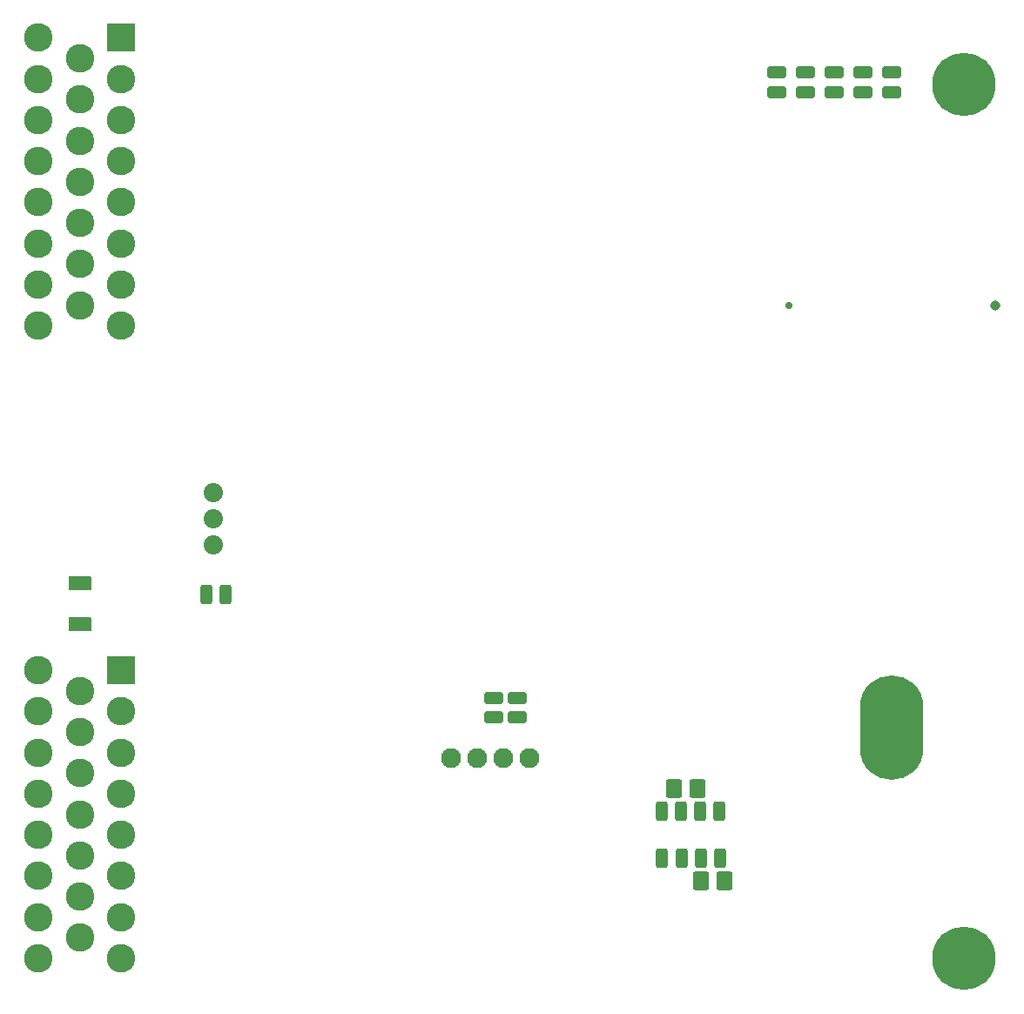
<source format=gbs>
G04*
G04 #@! TF.GenerationSoftware,Altium Limited,Altium Designer,24.1.2 (44)*
G04*
G04 Layer_Color=16711935*
%FSLAX44Y44*%
%MOMM*%
G71*
G04*
G04 #@! TF.SameCoordinates,51AA683D-CA4B-47C4-9456-8286C0F4AF48*
G04*
G04*
G04 #@! TF.FilePolarity,Negative*
G04*
G01*
G75*
G04:AMPARAMS|DCode=53|XSize=1.15mm|YSize=1.85mm|CornerRadius=0.2mm|HoleSize=0mm|Usage=FLASHONLY|Rotation=0.000|XOffset=0mm|YOffset=0mm|HoleType=Round|Shape=RoundedRectangle|*
%AMROUNDEDRECTD53*
21,1,1.1500,1.4500,0,0,0.0*
21,1,0.7500,1.8500,0,0,0.0*
1,1,0.4000,0.3750,-0.7250*
1,1,0.4000,-0.3750,-0.7250*
1,1,0.4000,-0.3750,0.7250*
1,1,0.4000,0.3750,0.7250*
%
%ADD53ROUNDEDRECTD53*%
G04:AMPARAMS|DCode=55|XSize=1.55mm|YSize=1.85mm|CornerRadius=0.25mm|HoleSize=0mm|Usage=FLASHONLY|Rotation=180.000|XOffset=0mm|YOffset=0mm|HoleType=Round|Shape=RoundedRectangle|*
%AMROUNDEDRECTD55*
21,1,1.5500,1.3500,0,0,180.0*
21,1,1.0500,1.8500,0,0,180.0*
1,1,0.5000,-0.5250,0.6750*
1,1,0.5000,0.5250,0.6750*
1,1,0.5000,0.5250,-0.6750*
1,1,0.5000,-0.5250,-0.6750*
%
%ADD55ROUNDEDRECTD55*%
G04:AMPARAMS|DCode=56|XSize=1.15mm|YSize=1.85mm|CornerRadius=0.2mm|HoleSize=0mm|Usage=FLASHONLY|Rotation=90.000|XOffset=0mm|YOffset=0mm|HoleType=Round|Shape=RoundedRectangle|*
%AMROUNDEDRECTD56*
21,1,1.1500,1.4500,0,0,90.0*
21,1,0.7500,1.8500,0,0,90.0*
1,1,0.4000,0.7250,0.3750*
1,1,0.4000,0.7250,-0.3750*
1,1,0.4000,-0.7250,-0.3750*
1,1,0.4000,-0.7250,0.3750*
%
%ADD56ROUNDEDRECTD56*%
%ADD66C,0.9750*%
%ADD67C,0.7250*%
%ADD68O,6.1500X10.1500*%
%ADD69C,1.8750*%
%ADD70R,2.7750X2.7750*%
%ADD71C,2.7750*%
%ADD72C,1.9400*%
%ADD73C,6.1500*%
%ADD74C,0.6500*%
G04:AMPARAMS|DCode=91|XSize=1.42mm|YSize=2.25mm|CornerRadius=0.2338mm|HoleSize=0mm|Usage=FLASHONLY|Rotation=90.000|XOffset=0mm|YOffset=0mm|HoleType=Round|Shape=RoundedRectangle|*
%AMROUNDEDRECTD91*
21,1,1.4200,1.7825,0,0,90.0*
21,1,0.9525,2.2500,0,0,90.0*
1,1,0.4675,0.8913,0.4763*
1,1,0.4675,0.8913,-0.4763*
1,1,0.4675,-0.8913,-0.4763*
1,1,0.4675,-0.8913,0.4763*
%
%ADD91ROUNDEDRECTD91*%
D53*
X662606Y97520D02*
D03*
X643606D02*
D03*
X605556Y143240D02*
D03*
X624556D02*
D03*
X606166Y97520D02*
D03*
X625166D02*
D03*
X661996Y143240D02*
D03*
X642996D02*
D03*
X182096Y353660D02*
D03*
X163096D02*
D03*
D55*
X643570Y75000D02*
D03*
X666430D02*
D03*
X618140Y165000D02*
D03*
X641000D02*
D03*
D56*
X442446Y234180D02*
D03*
Y253180D02*
D03*
X465306Y234180D02*
D03*
Y253180D02*
D03*
X829396Y861570D02*
D03*
Y842570D02*
D03*
X801456Y861570D02*
D03*
Y842570D02*
D03*
X773516Y861570D02*
D03*
Y842570D02*
D03*
X745576Y861570D02*
D03*
Y842570D02*
D03*
X717636Y861570D02*
D03*
Y842570D02*
D03*
D66*
X929746Y634920D02*
D03*
D67*
X729746D02*
D03*
D68*
X829746Y224710D02*
D03*
D69*
X170056Y401920D02*
D03*
Y427320D02*
D03*
Y452720D02*
D03*
D70*
X80000Y895290D02*
D03*
Y280000D02*
D03*
D71*
Y615290D02*
D03*
X40000Y875290D02*
D03*
Y635290D02*
D03*
X0Y895290D02*
D03*
Y615290D02*
D03*
X80000Y855290D02*
D03*
Y815290D02*
D03*
Y775290D02*
D03*
Y735290D02*
D03*
Y695290D02*
D03*
Y655290D02*
D03*
X40000Y835290D02*
D03*
Y795290D02*
D03*
Y755290D02*
D03*
Y715290D02*
D03*
Y675290D02*
D03*
X0Y855290D02*
D03*
Y815290D02*
D03*
Y775290D02*
D03*
Y735290D02*
D03*
Y695290D02*
D03*
Y655290D02*
D03*
X80000Y0D02*
D03*
X40000Y260000D02*
D03*
Y20000D02*
D03*
X0Y280000D02*
D03*
Y0D02*
D03*
X80000Y240000D02*
D03*
Y200000D02*
D03*
Y160000D02*
D03*
Y120000D02*
D03*
Y80000D02*
D03*
Y40000D02*
D03*
X40000Y220000D02*
D03*
Y180000D02*
D03*
Y140000D02*
D03*
Y100000D02*
D03*
Y60000D02*
D03*
X0Y240000D02*
D03*
Y200000D02*
D03*
Y160000D02*
D03*
Y120000D02*
D03*
Y80000D02*
D03*
Y40000D02*
D03*
D72*
X452136Y195050D02*
D03*
X401336D02*
D03*
X477536D02*
D03*
X426736D02*
D03*
D73*
X900000Y0D02*
D03*
Y850000D02*
D03*
D74*
Y22860D02*
D03*
X883836Y16164D02*
D03*
X877140Y0D02*
D03*
X883836Y-16164D02*
D03*
X900000Y-22860D02*
D03*
X916164Y-16164D02*
D03*
X922860Y0D02*
D03*
X916164Y16164D02*
D03*
X900000Y872860D02*
D03*
X883836Y866164D02*
D03*
X877140Y850000D02*
D03*
X883836Y833836D02*
D03*
X900000Y827140D02*
D03*
X916164Y833836D02*
D03*
X922860Y850000D02*
D03*
X916164Y866164D02*
D03*
D91*
X40516Y324920D02*
D03*
Y364620D02*
D03*
M02*

</source>
